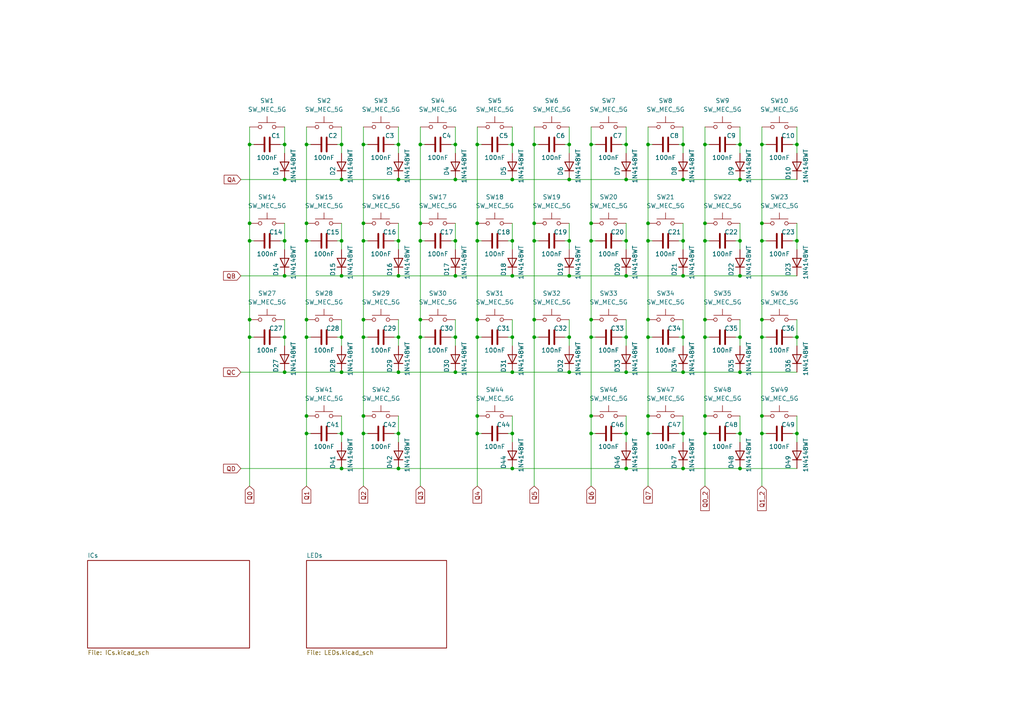
<source format=kicad_sch>
(kicad_sch (version 20231120) (generator "eeschema") (generator_version "8.0")
  (paper "A4")
  (junction (at 220.98 97.79))
  (junction (at 105.41 92.71))
  (junction (at 154.94 69.85))
  (junction (at 204.47 97.79))
  (junction (at 181.61 52.07))
  (junction (at 198.12 52.07))
  (junction (at 105.41 64.77))
  (junction (at 88.9 92.71))
  (junction (at 198.12 80.01))
  (junction (at 231.14 41.91))
  (junction (at 214.63 69.85))
  (junction (at 171.45 97.79))
  (junction (at 154.94 41.91))
  (junction (at 181.61 41.91))
  (junction (at 115.57 107.95))
  (junction (at 99.06 125.73))
  (junction (at 148.59 125.73))
  (junction (at 138.43 120.65))
  (junction (at 82.55 52.07))
  (junction (at 132.08 80.01))
  (junction (at 82.55 69.85))
  (junction (at 88.9 69.85))
  (junction (at 187.96 120.65))
  (junction (at 220.98 120.65))
  (junction (at 132.08 107.95))
  (junction (at 121.92 69.85))
  (junction (at 165.1 69.85))
  (junction (at 171.45 64.77))
  (junction (at 138.43 125.73))
  (junction (at 231.14 97.79))
  (junction (at 187.96 41.91))
  (junction (at 99.06 80.01))
  (junction (at 138.43 92.71))
  (junction (at 171.45 120.65))
  (junction (at 181.61 80.01))
  (junction (at 165.1 107.95))
  (junction (at 115.57 41.91))
  (junction (at 198.12 125.73))
  (junction (at 198.12 97.79))
  (junction (at 121.92 92.71))
  (junction (at 105.41 120.65))
  (junction (at 231.14 69.85))
  (junction (at 72.39 92.71))
  (junction (at 214.63 80.01))
  (junction (at 214.63 107.95))
  (junction (at 165.1 41.91))
  (junction (at 88.9 120.65))
  (junction (at 220.98 92.71))
  (junction (at 171.45 125.73))
  (junction (at 138.43 41.91))
  (junction (at 105.41 69.85))
  (junction (at 171.45 41.91))
  (junction (at 165.1 97.79))
  (junction (at 220.98 69.85))
  (junction (at 181.61 135.89))
  (junction (at 132.08 69.85))
  (junction (at 214.63 52.07))
  (junction (at 138.43 64.77))
  (junction (at 165.1 80.01))
  (junction (at 121.92 64.77))
  (junction (at 148.59 107.95))
  (junction (at 148.59 69.85))
  (junction (at 99.06 135.89))
  (junction (at 220.98 125.73))
  (junction (at 181.61 69.85))
  (junction (at 138.43 69.85))
  (junction (at 115.57 69.85))
  (junction (at 99.06 97.79))
  (junction (at 198.12 41.91))
  (junction (at 115.57 135.89))
  (junction (at 115.57 97.79))
  (junction (at 231.14 125.73))
  (junction (at 148.59 41.91))
  (junction (at 82.55 80.01))
  (junction (at 148.59 52.07))
  (junction (at 115.57 125.73))
  (junction (at 204.47 41.91))
  (junction (at 82.55 41.91))
  (junction (at 121.92 41.91))
  (junction (at 88.9 64.77))
  (junction (at 99.06 41.91))
  (junction (at 154.94 64.77))
  (junction (at 214.63 135.89))
  (junction (at 115.57 52.07))
  (junction (at 204.47 64.77))
  (junction (at 121.92 97.79))
  (junction (at 204.47 120.65))
  (junction (at 72.39 41.91))
  (junction (at 204.47 69.85))
  (junction (at 88.9 125.73))
  (junction (at 198.12 107.95))
  (junction (at 105.41 125.73))
  (junction (at 105.41 41.91))
  (junction (at 132.08 52.07))
  (junction (at 165.1 52.07))
  (junction (at 88.9 41.91))
  (junction (at 105.41 97.79))
  (junction (at 115.57 80.01))
  (junction (at 198.12 69.85))
  (junction (at 72.39 69.85))
  (junction (at 99.06 69.85))
  (junction (at 171.45 69.85))
  (junction (at 171.45 92.71))
  (junction (at 154.94 97.79))
  (junction (at 148.59 135.89))
  (junction (at 148.59 97.79))
  (junction (at 220.98 41.91))
  (junction (at 99.06 52.07))
  (junction (at 214.63 41.91))
  (junction (at 187.96 64.77))
  (junction (at 187.96 97.79))
  (junction (at 220.98 64.77))
  (junction (at 181.61 97.79))
  (junction (at 88.9 97.79))
  (junction (at 187.96 125.73))
  (junction (at 72.39 97.79))
  (junction (at 187.96 69.85))
  (junction (at 214.63 97.79))
  (junction (at 132.08 97.79))
  (junction (at 198.12 135.89))
  (junction (at 204.47 92.71))
  (junction (at 138.43 97.79))
  (junction (at 181.61 107.95))
  (junction (at 181.61 125.73))
  (junction (at 99.06 107.95))
  (junction (at 82.55 107.95))
  (junction (at 187.96 92.71))
  (junction (at 204.47 125.73))
  (junction (at 72.39 64.77))
  (junction (at 154.94 92.71))
  (junction (at 214.63 125.73))
  (junction (at 82.55 97.79))
  (junction (at 148.59 80.01))
  (junction (at 132.08 41.91))
  (wire (pts (xy 148.59 120.65) (xy 148.59 125.73)))
  (wire (pts (xy 99.06 120.65) (xy 99.06 125.73)))
  (wire (pts (xy 189.23 125.73) (xy 187.96 125.73)))
  (wire (pts (xy 99.06 41.91) (xy 99.06 44.45)))
  (wire (pts (xy 72.39 69.85) (xy 72.39 92.71)))
  (wire (pts (xy 88.9 125.73) (xy 88.9 120.65)))
  (wire (pts (xy 165.1 107.95) (xy 181.61 107.95)))
  (wire (pts (xy 214.63 92.71) (xy 214.63 97.79)))
  (wire (pts (xy 132.08 97.79) (xy 132.08 100.33)))
  (wire (pts (xy 231.14 125.73) (xy 231.14 128.27)))
  (wire (pts (xy 99.06 69.85) (xy 99.06 64.77)))
  (wire (pts (xy 121.92 97.79) (xy 121.92 92.71)))
  (wire (pts (xy 222.25 41.91) (xy 220.98 41.91)))
  (wire (pts (xy 69.85 52.07) (xy 82.55 52.07)))
  (wire (pts (xy 231.14 97.79) (xy 231.14 100.33)))
  (wire (pts (xy 204.47 125.73) (xy 204.47 140.97)))
  (wire (pts (xy 171.45 125.73) (xy 171.45 120.65)))
  (wire (pts (xy 99.06 69.85) (xy 99.06 72.39)))
  (wire (pts (xy 214.63 97.79) (xy 214.63 100.33)))
  (wire (pts (xy 198.12 64.77) (xy 198.12 69.85)))
  (wire (pts (xy 115.57 107.95) (xy 132.08 107.95)))
  (wire (pts (xy 165.1 97.79) (xy 165.1 100.33)))
  (wire (pts (xy 181.61 64.77) (xy 181.61 69.85)))
  (wire (pts (xy 90.17 41.91) (xy 88.9 41.91)))
  (wire (pts (xy 187.96 69.85) (xy 187.96 64.77)))
  (wire (pts (xy 198.12 107.95) (xy 214.63 107.95)))
  (wire (pts (xy 123.19 97.79) (xy 121.92 97.79)))
  (wire (pts (xy 229.87 41.91) (xy 231.14 41.91)))
  (wire (pts (xy 88.9 97.79) (xy 88.9 120.65)))
  (wire (pts (xy 105.41 125.73) (xy 105.41 120.65)))
  (wire (pts (xy 72.39 97.79) (xy 72.39 92.71)))
  (wire (pts (xy 154.94 69.85) (xy 154.94 92.71)))
  (wire (pts (xy 198.12 120.65) (xy 198.12 125.73)))
  (wire (pts (xy 82.55 41.91) (xy 82.55 44.45)))
  (wire (pts (xy 148.59 41.91) (xy 148.59 36.83)))
  (wire (pts (xy 171.45 97.79) (xy 171.45 92.71)))
  (wire (pts (xy 187.96 69.85) (xy 187.96 92.71)))
  (wire (pts (xy 180.34 69.85) (xy 181.61 69.85)))
  (wire (pts (xy 189.23 41.91) (xy 187.96 41.91)))
  (wire (pts (xy 196.85 41.91) (xy 198.12 41.91)))
  (wire (pts (xy 88.9 125.73) (xy 88.9 140.97)))
  (wire (pts (xy 171.45 97.79) (xy 171.45 120.65)))
  (wire (pts (xy 115.57 97.79) (xy 115.57 100.33)))
  (wire (pts (xy 148.59 52.07) (xy 165.1 52.07)))
  (wire (pts (xy 138.43 97.79) (xy 138.43 92.71)))
  (wire (pts (xy 105.41 69.85) (xy 105.41 92.71)))
  (wire (pts (xy 181.61 41.91) (xy 181.61 36.83)))
  (wire (pts (xy 82.55 97.79) (xy 82.55 100.33)))
  (wire (pts (xy 138.43 41.91) (xy 138.43 36.83)))
  (wire (pts (xy 90.17 125.73) (xy 88.9 125.73)))
  (wire (pts (xy 180.34 97.79) (xy 181.61 97.79)))
  (wire (pts (xy 231.14 120.65) (xy 231.14 125.73)))
  (wire (pts (xy 121.92 97.79) (xy 121.92 140.97)))
  (wire (pts (xy 115.57 125.73) (xy 115.57 128.27)))
  (wire (pts (xy 148.59 135.89) (xy 181.61 135.89)))
  (wire (pts (xy 165.1 52.07) (xy 181.61 52.07)))
  (wire (pts (xy 132.08 107.95) (xy 148.59 107.95)))
  (wire (pts (xy 214.63 41.91) (xy 214.63 44.45)))
  (wire (pts (xy 88.9 69.85) (xy 88.9 64.77)))
  (wire (pts (xy 213.36 97.79) (xy 214.63 97.79)))
  (wire (pts (xy 198.12 92.71) (xy 198.12 97.79)))
  (wire (pts (xy 115.57 135.89) (xy 148.59 135.89)))
  (wire (pts (xy 154.94 97.79) (xy 154.94 140.97)))
  (wire (pts (xy 114.3 69.85) (xy 115.57 69.85)))
  (wire (pts (xy 204.47 69.85) (xy 204.47 92.71)))
  (wire (pts (xy 220.98 125.73) (xy 220.98 140.97)))
  (wire (pts (xy 163.83 69.85) (xy 165.1 69.85)))
  (wire (pts (xy 163.83 97.79) (xy 165.1 97.79)))
  (wire (pts (xy 181.61 120.65) (xy 181.61 125.73)))
  (wire (pts (xy 220.98 97.79) (xy 220.98 120.65)))
  (wire (pts (xy 138.43 125.73) (xy 138.43 140.97)))
  (wire (pts (xy 132.08 41.91) (xy 132.08 36.83)))
  (wire (pts (xy 115.57 80.01) (xy 132.08 80.01)))
  (wire (pts (xy 81.28 97.79) (xy 82.55 97.79)))
  (wire (pts (xy 114.3 97.79) (xy 115.57 97.79)))
  (wire (pts (xy 154.94 97.79) (xy 154.94 92.71)))
  (wire (pts (xy 99.06 52.07) (xy 115.57 52.07)))
  (wire (pts (xy 82.55 107.95) (xy 99.06 107.95)))
  (wire (pts (xy 72.39 97.79) (xy 72.39 140.97)))
  (wire (pts (xy 82.55 41.91) (xy 82.55 36.83)))
  (wire (pts (xy 90.17 97.79) (xy 88.9 97.79)))
  (wire (pts (xy 154.94 41.91) (xy 154.94 64.77)))
  (wire (pts (xy 231.14 64.77) (xy 231.14 69.85)))
  (wire (pts (xy 121.92 41.91) (xy 121.92 36.83)))
  (wire (pts (xy 213.36 41.91) (xy 214.63 41.91)))
  (wire (pts (xy 181.61 125.73) (xy 181.61 128.27)))
  (wire (pts (xy 147.32 69.85) (xy 148.59 69.85)))
  (wire (pts (xy 213.36 69.85) (xy 214.63 69.85)))
  (wire (pts (xy 106.68 41.91) (xy 105.41 41.91)))
  (wire (pts (xy 156.21 41.91) (xy 154.94 41.91)))
  (wire (pts (xy 88.9 97.79) (xy 88.9 92.71)))
  (wire (pts (xy 115.57 52.07) (xy 132.08 52.07)))
  (wire (pts (xy 69.85 107.95) (xy 82.55 107.95)))
  (wire (pts (xy 82.55 97.79) (xy 82.55 92.71)))
  (wire (pts (xy 115.57 69.85) (xy 115.57 72.39)))
  (wire (pts (xy 165.1 41.91) (xy 165.1 44.45)))
  (wire (pts (xy 181.61 97.79) (xy 181.61 100.33)))
  (wire (pts (xy 220.98 69.85) (xy 220.98 64.77)))
  (wire (pts (xy 139.7 125.73) (xy 138.43 125.73)))
  (wire (pts (xy 213.36 125.73) (xy 214.63 125.73)))
  (wire (pts (xy 196.85 125.73) (xy 198.12 125.73)))
  (wire (pts (xy 205.74 125.73) (xy 204.47 125.73)))
  (wire (pts (xy 220.98 125.73) (xy 220.98 120.65)))
  (wire (pts (xy 154.94 41.91) (xy 154.94 36.83)))
  (wire (pts (xy 97.79 97.79) (xy 99.06 97.79)))
  (wire (pts (xy 115.57 92.71) (xy 115.57 97.79)))
  (wire (pts (xy 105.41 97.79) (xy 105.41 92.71)))
  (wire (pts (xy 147.32 41.91) (xy 148.59 41.91)))
  (wire (pts (xy 82.55 64.77) (xy 82.55 69.85)))
  (wire (pts (xy 180.34 125.73) (xy 181.61 125.73)))
  (wire (pts (xy 171.45 125.73) (xy 171.45 140.97)))
  (wire (pts (xy 204.47 125.73) (xy 204.47 120.65)))
  (wire (pts (xy 214.63 64.77) (xy 214.63 69.85)))
  (wire (pts (xy 165.1 64.77) (xy 165.1 69.85)))
  (wire (pts (xy 148.59 92.71) (xy 148.59 97.79)))
  (wire (pts (xy 97.79 41.91) (xy 99.06 41.91)))
  (wire (pts (xy 99.06 135.89) (xy 115.57 135.89)))
  (wire (pts (xy 214.63 135.89) (xy 231.14 135.89)))
  (wire (pts (xy 132.08 41.91) (xy 132.08 44.45)))
  (wire (pts (xy 204.47 97.79) (xy 204.47 120.65)))
  (wire (pts (xy 106.68 125.73) (xy 105.41 125.73)))
  (wire (pts (xy 121.92 69.85) (xy 121.92 64.77)))
  (wire (pts (xy 115.57 41.91) (xy 115.57 44.45)))
  (wire (pts (xy 163.83 41.91) (xy 165.1 41.91)))
  (wire (pts (xy 148.59 41.91) (xy 148.59 44.45)))
  (wire (pts (xy 132.08 69.85) (xy 132.08 72.39)))
  (wire (pts (xy 222.25 97.79) (xy 220.98 97.79)))
  (wire (pts (xy 214.63 120.65) (xy 214.63 125.73)))
  (wire (pts (xy 204.47 41.91) (xy 204.47 64.77)))
  (wire (pts (xy 97.79 125.73) (xy 99.06 125.73)))
  (wire (pts (xy 187.96 125.73) (xy 187.96 120.65)))
  (wire (pts (xy 156.21 97.79) (xy 154.94 97.79)))
  (wire (pts (xy 172.72 69.85) (xy 171.45 69.85)))
  (wire (pts (xy 187.96 41.91) (xy 187.96 64.77)))
  (wire (pts (xy 198.12 69.85) (xy 198.12 72.39)))
  (wire (pts (xy 231.14 41.91) (xy 231.14 44.45)))
  (wire (pts (xy 130.81 69.85) (xy 132.08 69.85)))
  (wire (pts (xy 73.66 69.85) (xy 72.39 69.85)))
  (wire (pts (xy 222.25 69.85) (xy 220.98 69.85)))
  (wire (pts (xy 198.12 80.01) (xy 214.63 80.01)))
  (wire (pts (xy 132.08 64.77) (xy 132.08 69.85)))
  (wire (pts (xy 187.96 125.73) (xy 187.96 140.97)))
  (wire (pts (xy 189.23 97.79) (xy 187.96 97.79)))
  (wire (pts (xy 198.12 135.89) (xy 214.63 135.89)))
  (wire (pts (xy 214.63 125.73) (xy 214.63 128.27)))
  (wire (pts (xy 73.66 41.91) (xy 72.39 41.91)))
  (wire (pts (xy 198.12 41.91) (xy 198.12 44.45)))
  (wire (pts (xy 181.61 80.01) (xy 198.12 80.01)))
  (wire (pts (xy 106.68 97.79) (xy 105.41 97.79)))
  (wire (pts (xy 121.92 69.85) (xy 121.92 92.71)))
  (wire (pts (xy 115.57 41.91) (xy 115.57 36.83)))
  (wire (pts (xy 198.12 41.91) (xy 198.12 36.83)))
  (wire (pts (xy 187.96 41.91) (xy 187.96 36.83)))
  (wire (pts (xy 132.08 80.01) (xy 148.59 80.01)))
  (wire (pts (xy 229.87 125.73) (xy 231.14 125.73)))
  (wire (pts (xy 148.59 107.95) (xy 165.1 107.95)))
  (wire (pts (xy 123.19 41.91) (xy 121.92 41.91)))
  (wire (pts (xy 198.12 97.79) (xy 198.12 100.33)))
  (wire (pts (xy 222.25 125.73) (xy 220.98 125.73)))
  (wire (pts (xy 123.19 69.85) (xy 121.92 69.85)))
  (wire (pts (xy 189.23 69.85) (xy 187.96 69.85)))
  (wire (pts (xy 181.61 92.71) (xy 181.61 97.79)))
  (wire (pts (xy 139.7 69.85) (xy 138.43 69.85)))
  (wire (pts (xy 231.14 92.71) (xy 231.14 97.79)))
  (wire (pts (xy 148.59 80.01) (xy 165.1 80.01)))
  (wire (pts (xy 138.43 41.91) (xy 138.43 64.77)))
  (wire (pts (xy 205.74 41.91) (xy 204.47 41.91)))
  (wire (pts (xy 139.7 41.91) (xy 138.43 41.91)))
  (wire (pts (xy 172.72 125.73) (xy 171.45 125.73)))
  (wire (pts (xy 130.81 41.91) (xy 132.08 41.91)))
  (wire (pts (xy 198.12 52.07) (xy 214.63 52.07)))
  (wire (pts (xy 187.96 97.79) (xy 187.96 120.65)))
  (wire (pts (xy 220.98 41.91) (xy 220.98 64.77)))
  (wire (pts (xy 220.98 69.85) (xy 220.98 92.71)))
  (wire (pts (xy 138.43 97.79) (xy 138.43 120.65)))
  (wire (pts (xy 214.63 80.01) (xy 231.14 80.01)))
  (wire (pts (xy 88.9 41.91) (xy 88.9 36.83)))
  (wire (pts (xy 105.41 69.85) (xy 105.41 64.77)))
  (wire (pts (xy 114.3 125.73) (xy 115.57 125.73)))
  (wire (pts (xy 231.14 41.91) (xy 231.14 36.83)))
  (wire (pts (xy 105.41 97.79) (xy 105.41 120.65)))
  (wire (pts (xy 148.59 97.79) (xy 148.59 100.33)))
  (wire (pts (xy 181.61 41.91) (xy 181.61 44.45)))
  (wire (pts (xy 229.87 69.85) (xy 231.14 69.85)))
  (wire (pts (xy 204.47 97.79) (xy 204.47 92.71)))
  (wire (pts (xy 121.92 41.91) (xy 121.92 64.77)))
  (wire (pts (xy 172.72 41.91) (xy 171.45 41.91)))
  (wire (pts (xy 132.08 52.07) (xy 148.59 52.07)))
  (wire (pts (xy 165.1 92.71) (xy 165.1 97.79)))
  (wire (pts (xy 181.61 135.89) (xy 198.12 135.89)))
  (wire (pts (xy 147.32 125.73) (xy 148.59 125.73)))
  (wire (pts (xy 165.1 41.91) (xy 165.1 36.83)))
  (wire (pts (xy 99.06 125.73) (xy 99.06 128.27)))
  (wire (pts (xy 148.59 64.77) (xy 148.59 69.85)))
  (wire (pts (xy 171.45 69.85) (xy 171.45 92.71)))
  (wire (pts (xy 138.43 125.73) (xy 138.43 120.65)))
  (wire (pts (xy 171.45 69.85) (xy 171.45 64.77)))
  (wire (pts (xy 156.21 69.85) (xy 154.94 69.85)))
  (wire (pts (xy 69.85 135.89) (xy 99.06 135.89)))
  (wire (pts (xy 82.55 69.85) (xy 82.55 72.39)))
  (wire (pts (xy 205.74 97.79) (xy 204.47 97.79)))
  (wire (pts (xy 220.98 41.91) (xy 220.98 36.83)))
  (wire (pts (xy 90.17 69.85) (xy 88.9 69.85)))
  (wire (pts (xy 99.06 80.01) (xy 115.57 80.01)))
  (wire (pts (xy 187.96 97.79) (xy 187.96 92.71)))
  (wire (pts (xy 105.41 41.91) (xy 105.41 64.77)))
  (wire (pts (xy 171.45 41.91) (xy 171.45 64.77)))
  (wire (pts (xy 106.68 69.85) (xy 105.41 69.85)))
  (wire (pts (xy 132.08 92.71) (xy 132.08 97.79)))
  (wire (pts (xy 165.1 69.85) (xy 165.1 72.39)))
  (wire (pts (xy 220.98 97.79) (xy 220.98 92.71)))
  (wire (pts (xy 231.14 69.85) (xy 231.14 72.39)))
  (wire (pts (xy 72.39 41.91) (xy 72.39 64.77)))
  (wire (pts (xy 99.06 97.79) (xy 99.06 100.33)))
  (wire (pts (xy 214.63 52.07) (xy 231.14 52.07)))
  (wire (pts (xy 88.9 41.91) (xy 88.9 64.77)))
  (wire (pts (xy 73.66 97.79) (xy 72.39 97.79)))
  (wire (pts (xy 82.55 52.07) (xy 99.06 52.07)))
  (wire (pts (xy 180.34 41.91) (xy 181.61 41.91)))
  (wire (pts (xy 148.59 69.85) (xy 148.59 72.39)))
  (wire (pts (xy 81.28 69.85) (xy 82.55 69.85)))
  (wire (pts (xy 139.7 97.79) (xy 138.43 97.79)))
  (wire (pts (xy 105.41 125.73) (xy 105.41 140.97)))
  (wire (pts (xy 148.59 125.73) (xy 148.59 128.27)))
  (wire (pts (xy 181.61 107.95) (xy 198.12 107.95)))
  (wire (pts (xy 81.28 41.91) (xy 82.55 41.91)))
  (wire (pts (xy 205.74 69.85) (xy 204.47 69.85)))
  (wire (pts (xy 114.3 41.91) (xy 115.57 41.91)))
  (wire (pts (xy 99.06 97.79) (xy 99.06 92.71)))
  (wire (pts (xy 214.63 69.85) (xy 214.63 72.39)))
  (wire (pts (xy 97.79 69.85) (xy 99.06 69.85)))
  (wire (pts (xy 72.39 41.91) (xy 72.39 36.83)))
  (wire (pts (xy 154.94 69.85) (xy 154.94 64.77)))
  (wire (pts (xy 138.43 69.85) (xy 138.43 64.77)))
  (wire (pts (xy 72.39 69.85) (xy 72.39 64.77)))
  (wire (pts (xy 165.1 80.01) (xy 181.61 80.01)))
  (wire (pts (xy 82.55 80.01) (xy 99.06 80.01)))
  (wire (pts (xy 147.32 97.79) (xy 148.59 97.79)))
  (wire (pts (xy 181.61 52.07) (xy 198.12 52.07)))
  (wire (pts (xy 115.57 120.65) (xy 115.57 125.73)))
  (wire (pts (xy 105.41 41.91) (xy 105.41 36.83)))
  (wire (pts (xy 171.45 41.91) (xy 171.45 36.83)))
  (wire (pts (xy 204.47 69.85) (xy 204.47 64.77)))
  (wire (pts (xy 214.63 36.83) (xy 214.63 41.91)))
  (wire (pts (xy 198.12 125.73) (xy 198.12 128.27)))
  (wire (pts (xy 99.06 107.95) (xy 115.57 107.95)))
  (wire (pts (xy 214.63 107.95) (xy 231.14 107.95)))
  (wire (pts (xy 130.81 97.79) (xy 132.08 97.79)))
  (wire (pts (xy 88.9 69.85) (xy 88.9 92.71)))
  (wire (pts (xy 172.72 97.79) (xy 171.45 97.79)))
  (wire (pts (xy 181.61 69.85) (xy 181.61 72.39)))
  (wire (pts (xy 138.43 69.85) (xy 138.43 92.71)))
  (wire (pts (xy 99.06 41.91) (xy 99.06 36.83)))
  (wire (pts (xy 69.85 80.01) (xy 82.55 80.01)))
  (wire (pts (xy 229.87 97.79) (xy 231.14 97.79)))
  (wire (pts (xy 115.57 69.85) (xy 115.57 64.77)))
  (wire (pts (xy 196.85 97.79) (xy 198.12 97.79)))
  (wire (pts (xy 204.47 41.91) (xy 204.47 36.83)))
  (wire (pts (xy 196.85 69.85) (xy 198.12 69.85)))
  (global_label "Q4" (shape input) (at 138.43 140.97 270) (property "Intersheetrefs" "${INTERSHEET_REFS}" (effects (hide yes))))
  (global_label "QD" (shape input) (at 69.85 135.89 180) (property "Intersheetrefs" "${INTERSHEET_REFS}" (effects (hide yes))))
  (global_label "Q7" (shape input) (at 187.96 140.97 270) (property "Intersheetrefs" "${INTERSHEET_REFS}" (effects (hide yes))))
  (global_label "Q1_2" (shape input) (at 220.98 140.97 270) (property "Intersheetrefs" "${INTERSHEET_REFS}" (effects (hide yes))))
  (global_label "Q6" (shape input) (at 171.45 140.97 270) (property "Intersheetrefs" "${INTERSHEET_REFS}" (effects (hide yes))))
  (global_label "Q3" (shape input) (at 121.92 140.97 270) (property "Intersheetrefs" "${INTERSHEET_REFS}" (effects (hide yes))))
  (global_label "QB" (shape input) (at 69.85 80.01 180) (property "Intersheetrefs" "${INTERSHEET_REFS}" (effects (hide yes))))
  (global_label "Q2" (shape input) (at 105.41 140.97 270) (property "Intersheetrefs" "${INTERSHEET_REFS}" (effects (hide yes))))
  (global_label "QC" (shape input) (at 69.85 107.95 180) (property "Intersheetrefs" "${INTERSHEET_REFS}" (effects (hide yes))))
  (global_label "Q0" (shape input) (at 72.39 140.97 270) (property "Intersheetrefs" "${INTERSHEET_REFS}" (effects (hide yes))))
  (global_label "Q1" (shape input) (at 88.9 140.97 270) (property "Intersheetrefs" "${INTERSHEET_REFS}" (effects (hide yes))))
  (global_label "Q5" (shape input) (at 154.94 140.97 270) (property "Intersheetrefs" "${INTERSHEET_REFS}" (effects (hide yes))))
  (global_label "QA" (shape input) (at 69.85 52.07 180) (property "Intersheetrefs" "${INTERSHEET_REFS}" (effects (hide yes))))
  (global_label "Q0_2" (shape input) (at 204.47 140.97 270) (property "Intersheetrefs" "${INTERSHEET_REFS}" (effects (hide yes))))
  (symbol (lib_id "My_Parts:SW_MEC_5G") (at 127 92.71 0) (unit 1)
    (property "Reference" "SW30" (at 127 85.09 0))
    (property "Value" "SW_MEC_5G" (at 127 87.63 0))
    (property "Footprint" "My_Parts:Gateron_KS-27" (effects (hide yes)))
    (property "Datasheet" "http://www.apem.com/int/index.php?controller=attachment&id_attachment=488" (effects (hide yes)))
  )
  (symbol (lib_id "Device:C") (at 110.49 125.73 90) (unit 1)
    (property "Reference" "C42" (at 113.03 123.19 90))
    (property "Value" "100nF" (at 110.49 129.54 90))
    (property "Footprint" "Capacitor_SMD:C_0402_1005Metric" (effects (hide yes)))
  )
  (symbol (lib_id "My_Parts:SW_MEC_5G") (at 193.04 36.83 0) (unit 1)
    (property "Reference" "SW8" (at 193.04 29.21 0))
    (property "Value" "SW_MEC_5G" (at 193.04 31.75 0))
    (property "Footprint" "My_Parts:Gateron_KS-27" (effects (hide yes)))
    (property "Datasheet" "http://www.apem.com/int/index.php?controller=attachment&id_attachment=488" (effects (hide yes)))
  )
  (symbol (lib_id "My_Parts:SW_MEC_5G") (at 226.06 120.65 0) (unit 1)
    (property "Reference" "SW49" (at 226.06 113.03 0))
    (property "Value" "SW_MEC_5G" (at 226.06 115.57 0))
    (property "Footprint" "My_Parts:Gateron_KS-27" (effects (hide yes)))
    (property "Datasheet" "http://www.apem.com/int/index.php?controller=attachment&id_attachment=488" (effects (hide yes)))
  )
  (symbol (lib_id "Diode:1N4148WT") (at 214.63 48.26 90) (unit 1)
    (property "Reference" "D9" (at 212.09 48.26 0) (effects (justify right)))
    (property "Value" "1N4148WT" (at 217.17 43.18 0) (effects (justify right)))
    (property "Footprint" "Diode_SMD:D_SOD-523" (effects (hide yes)))
    (property "Datasheet" "https://www.diodes.com/assets/Datasheets/ds30396.pdf" (effects (hide yes)))
    (property "Sim.Device" "D" (effects (hide yes)))
    (property "Sim.Pins" "1=K 2=A" (effects (hide yes)))
  )
  (symbol (lib_id "Device:C") (at 143.51 97.79 90) (unit 1)
    (property "Reference" "C31" (at 146.05 95.25 90))
    (property "Value" "100nF" (at 143.51 101.6 90))
    (property "Footprint" "Capacitor_SMD:C_0402_1005Metric" (effects (hide yes)))
  )
  (symbol (lib_id "Diode:1N4148WT") (at 181.61 104.14 90) (unit 1)
    (property "Reference" "D33" (at 179.07 104.14 0) (effects (justify right)))
    (property "Value" "1N4148WT" (at 184.15 99.06 0) (effects (justify right)))
    (property "Footprint" "Diode_SMD:D_SOD-523" (effects (hide yes)))
    (property "Datasheet" "https://www.diodes.com/assets/Datasheets/ds30396.pdf" (effects (hide yes)))
    (property "Sim.Device" "D" (effects (hide yes)))
    (property "Sim.Pins" "1=K 2=A" (effects (hide yes)))
  )
  (symbol (lib_id "My_Parts:SW_MEC_5G") (at 127 64.77 0) (unit 1)
    (property "Reference" "SW17" (at 127 57.15 0))
    (property "Value" "SW_MEC_5G" (at 127 59.69 0))
    (property "Footprint" "My_Parts:Gateron_KS-27" (effects (hide yes)))
    (property "Datasheet" "http://www.apem.com/int/index.php?controller=attachment&id_attachment=488" (effects (hide yes)))
  )
  (symbol (lib_id "Device:C") (at 127 41.91 90) (unit 1)
    (property "Reference" "C4" (at 129.54 39.37 90))
    (property "Value" "100nF" (at 127 45.72 90))
    (property "Footprint" "Capacitor_SMD:C_0402_1005Metric" (effects (hide yes)))
  )
  (symbol (lib_id "My_Parts:SW_MEC_5G") (at 209.55 36.83 0) (unit 1)
    (property "Reference" "SW9" (at 209.55 29.21 0))
    (property "Value" "SW_MEC_5G" (at 209.55 31.75 0))
    (property "Footprint" "My_Parts:Gateron_KS-27" (effects (hide yes)))
    (property "Datasheet" "http://www.apem.com/int/index.php?controller=attachment&id_attachment=488" (effects (hide yes)))
  )
  (symbol (lib_id "Device:C") (at 110.49 41.91 90) (unit 1)
    (property "Reference" "C3" (at 113.03 39.37 90))
    (property "Value" "100nF" (at 110.49 45.72 90))
    (property "Footprint" "Capacitor_SMD:C_0402_1005Metric" (effects (hide yes)))
  )
  (symbol (lib_id "Diode:1N4148WT") (at 82.55 76.2 90) (unit 1)
    (property "Reference" "D14" (at 80.01 76.2 0) (effects (justify right)))
    (property "Value" "1N4148WT" (at 85.09 71.12 0) (effects (justify right)))
    (property "Footprint" "Diode_SMD:D_SOD-523" (effects (hide yes)))
    (property "Datasheet" "https://www.diodes.com/assets/Datasheets/ds30396.pdf" (effects (hide yes)))
    (property "Sim.Device" "D" (effects (hide yes)))
    (property "Sim.Pins" "1=K 2=A" (effects (hide yes)))
  )
  (symbol (lib_id "Diode:1N4148WT") (at 214.63 132.08 90) (unit 1)
    (property "Reference" "D48" (at 212.09 132.08 0) (effects (justify right)))
    (property "Value" "1N4148WT" (at 217.17 127 0) (effects (justify right)))
    (property "Footprint" "Diode_SMD:D_SOD-523" (effects (hide yes)))
    (property "Datasheet" "https://www.diodes.com/assets/Datasheets/ds30396.pdf" (effects (hide yes)))
    (property "Sim.Device" "D" (effects (hide yes)))
    (property "Sim.Pins" "1=K 2=A" (effects (hide yes)))
  )
  (symbol (lib_id "My_Parts:SW_MEC_5G") (at 77.47 92.71 0) (unit 1)
    (property "Reference" "SW27" (at 77.47 85.09 0))
    (property "Value" "SW_MEC_5G" (at 77.47 87.63 0))
    (property "Footprint" "My_Parts:Gateron_KS-27" (effects (hide yes)))
    (property "Datasheet" "http://www.apem.com/int/index.php?controller=attachment&id_attachment=488" (effects (hide yes)))
  )
  (symbol (lib_id "My_Parts:SW_MEC_5G") (at 93.98 92.71 0) (unit 1)
    (property "Reference" "SW28" (at 93.98 85.09 0))
    (property "Value" "SW_MEC_5G" (at 93.98 87.63 0))
    (property "Footprint" "My_Parts:Gateron_KS-27" (effects (hide yes)))
    (property "Datasheet" "http://www.apem.com/int/index.php?controller=attachment&id_attachment=488" (effects (hide yes)))
  )
  (symbol (lib_id "Device:C") (at 226.06 41.91 90) (unit 1)
    (property "Reference" "C10" (at 228.6 39.37 90))
    (property "Value" "100nF" (at 226.06 45.72 90))
    (property "Footprint" "Capacitor_SMD:C_0402_1005Metric" (effects (hide yes)))
  )
  (symbol (lib_id "Device:C") (at 127 69.85 90) (unit 1)
    (property "Reference" "C17" (at 129.54 67.31 90))
    (property "Value" "100nF" (at 127 73.66 90))
    (property "Footprint" "Capacitor_SMD:C_0402_1005Metric" (effects (hide yes)))
  )
  (symbol (lib_id "My_Parts:SW_MEC_5G") (at 143.51 36.83 0) (unit 1)
    (property "Reference" "SW5" (at 143.51 29.21 0))
    (property "Value" "SW_MEC_5G" (at 143.51 31.75 0))
    (property "Footprint" "My_Parts:Gateron_KS-27" (effects (hide yes)))
    (property "Datasheet" "http://www.apem.com/int/index.php?controller=attachment&id_attachment=488" (effects (hide yes)))
  )
  (symbol (lib_id "My_Parts:SW_MEC_5G") (at 193.04 92.71 0) (unit 1)
    (property "Reference" "SW34" (at 193.04 85.09 0))
    (property "Value" "SW_MEC_5G" (at 193.04 87.63 0))
    (property "Footprint" "My_Parts:Gateron_KS-27" (effects (hide yes)))
    (property "Datasheet" "http://www.apem.com/int/index.php?controller=attachment&id_attachment=488" (effects (hide yes)))
  )
  (symbol (lib_id "My_Parts:SW_MEC_5G") (at 143.51 120.65 0) (unit 1)
    (property "Reference" "SW44" (at 143.51 113.03 0))
    (property "Value" "SW_MEC_5G" (at 143.51 115.57 0))
    (property "Footprint" "My_Parts:Gateron_KS-27" (effects (hide yes)))
    (property "Datasheet" "http://www.apem.com/int/index.php?controller=attachment&id_attachment=488" (effects (hide yes)))
  )
  (symbol (lib_id "Device:C") (at 193.04 69.85 90) (unit 1)
    (property "Reference" "C21" (at 195.58 67.31 90))
    (property "Value" "100nF" (at 193.04 73.66 90))
    (property "Footprint" "Capacitor_SMD:C_0402_1005Metric" (effects (hide yes)))
  )
  (symbol (lib_id "Diode:1N4148WT") (at 198.12 76.2 90) (unit 1)
    (property "Reference" "D21" (at 195.58 76.2 0) (effects (justify right)))
    (property "Value" "1N4148WT" (at 200.66 71.12 0) (effects (justify right)))
    (property "Footprint" "Diode_SMD:D_SOD-523" (effects (hide yes)))
    (property "Datasheet" "https://www.diodes.com/assets/Datasheets/ds30396.pdf" (effects (hide yes)))
    (property "Sim.Device" "D" (effects (hide yes)))
    (property "Sim.Pins" "1=K 2=A" (effects (hide yes)))
  )
  (symbol (lib_id "My_Parts:SW_MEC_5G") (at 160.02 64.77 0) (unit 1)
    (property "Reference" "SW19" (at 160.02 57.15 0))
    (property "Value" "SW_MEC_5G" (at 160.02 59.69 0))
    (property "Footprint" "My_Parts:Gateron_KS-27" (effects (hide yes)))
    (property "Datasheet" "http://www.apem.com/int/index.php?controller=attachment&id_attachment=488" (effects (hide yes)))
  )
  (symbol (lib_id "Diode:1N4148WT") (at 198.12 132.08 90) (unit 1)
    (property "Reference" "D47" (at 195.58 132.08 0) (effects (justify right)))
    (property "Value" "1N4148WT" (at 200.66 127 0) (effects (justify right)))
    (property "Footprint" "Diode_SMD:D_SOD-523" (effects (hide yes)))
    (property "Datasheet" "https://www.diodes.com/assets/Datasheets/ds30396.pdf" (effects (hide yes)))
    (property "Sim.Device" "D" (effects (hide yes)))
    (property "Sim.Pins" "1=K 2=A" (effects (hide yes)))
  )
  (symbol (lib_id "Diode:1N4148WT") (at 231.14 132.08 90) (unit 1)
    (property "Reference" "D49" (at 228.6 132.08 0) (effects (justify right)))
    (property "Value" "1N4148WT" (at 233.68 127 0) (effects (justify right)))
    (property "Footprint" "Diode_SMD:D_SOD-523" (effects (hide yes)))
    (property "Datasheet" "https://www.diodes.com/assets/Datasheets/ds30396.pdf" (effects (hide yes)))
    (property "Sim.Device" "D" (effects (hide yes)))
    (property "Sim.Pins" "1=K 2=A" (effects (hide yes)))
  )
  (symbol (lib_id "My_Parts:SW_MEC_5G") (at 176.53 36.83 0) (unit 1)
    (property "Reference" "SW7" (at 176.53 29.21 0))
    (property "Value" "SW_MEC_5G" (at 176.53 31.75 0))
    (property "Footprint" "My_Parts:Gateron_KS-27" (effects (hide yes)))
    (property "Datasheet" "http://www.apem.com/int/index.php?controller=attachment&id_attachment=488" (effects (hide yes)))
  )
  (symbol (lib_id "Diode:1N4148WT") (at 231.14 76.2 90) (unit 1)
    (property "Reference" "D23" (at 228.6 76.2 0) (effects (justify right)))
    (property "Value" "1N4148WT" (at 233.68 71.12 0) (effects (justify right)))
    (property "Footprint" "Diode_SMD:D_SOD-523" (effects (hide yes)))
    (property "Datasheet" "https://www.diodes.com/assets/Datasheets/ds30396.pdf" (effects (hide yes)))
    (property "Sim.Device" "D" (effects (hide yes)))
    (property "Sim.Pins" "1=K 2=A" (effects (hide yes)))
  )
  (symbol (lib_id "Diode:1N4148WT") (at 115.57 104.14 90) (unit 1)
    (property "Reference" "D29" (at 113.03 104.14 0) (effects (justify right)))
    (property "Value" "1N4148WT" (at 118.11 99.06 0) (effects (justify right)))
    (property "Footprint" "Diode_SMD:D_SOD-523" (effects (hide yes)))
    (property "Datasheet" "https://www.diodes.com/assets/Datasheets/ds30396.pdf" (effects (hide yes)))
    (property "Sim.Device" "D" (effects (hide yes)))
    (property "Sim.Pins" "1=K 2=A" (effects (hide yes)))
  )
  (symbol (lib_id "My_Parts:SW_MEC_5G") (at 193.04 120.65 0) (unit 1)
    (property "Reference" "SW47" (at 193.04 113.03 0))
    (property "Value" "SW_MEC_5G" (at 193.04 115.57 0))
    (property "Footprint" "My_Parts:Gateron_KS-27" (effects (hide yes)))
    (property "Datasheet" "http://www.apem.com/int/index.php?controller=attachment&id_attachment=488" (effects (hide yes)))
  )
  (symbol (lib_id "Diode:1N4148WT") (at 198.12 104.14 90) (unit 1)
    (property "Reference" "D34" (at 195.58 104.14 0) (effects (justify right)))
    (property "Value" "1N4148WT" (at 200.66 99.06 0) (effects (justify right)))
    (property "Footprint" "Diode_SMD:D_SOD-523" (effects (hide yes)))
    (property "Datasheet" "https://www.diodes.com/assets/Datasheets/ds30396.pdf" (effects (hide yes)))
    (property "Sim.Device" "D" (effects (hide yes)))
    (property "Sim.Pins" "1=K 2=A" (effects (hide yes)))
  )
  (symbol (lib_id "Device:C") (at 110.49 69.85 90) (unit 1)
    (property "Reference" "C16" (at 113.03 67.31 90))
    (property "Value" "100nF" (at 110.49 73.66 90))
    (property "Footprint" "Capacitor_SMD:C_0402_1005Metric" (effects (hide yes)))
  )
  (symbol (lib_id "Diode:1N4148WT") (at 82.55 104.14 90) (unit 1)
    (property "Reference" "D27" (at 80.01 104.14 0) (effects (justify right)))
    (property "Value" "1N4148WT" (at 85.09 99.06 0) (effects (justify right)))
    (property "Footprint" "Diode_SMD:D_SOD-523" (effects (hide yes)))
    (property "Datasheet" "https://www.diodes.com/assets/Datasheets/ds30396.pdf" (effects (hide yes)))
    (property "Sim.Device" "D" (effects (hide yes)))
    (property "Sim.Pins" "1=K 2=A" (effects (hide yes)))
  )
  (symbol (lib_id "Device:C") (at 93.98 97.79 90) (unit 1)
    (property "Reference" "C28" (at 96.52 95.25 90))
    (property "Value" "100nF" (at 93.98 101.6 90))
    (property "Footprint" "Capacitor_SMD:C_0402_1005Metric" (effects (hide yes)))
  )
  (symbol (lib_id "My_Parts:SW_MEC_5G") (at 226.06 92.71 0) (unit 1)
    (property "Reference" "SW36" (at 226.06 85.09 0))
    (property "Value" "SW_MEC_5G" (at 226.06 87.63 0))
    (property "Footprint" "My_Parts:Gateron_KS-27" (effects (hide yes)))
    (property "Datasheet" "http://www.apem.com/int/index.php?controller=attachment&id_attachment=488" (effects (hide yes)))
  )
  (symbol (lib_id "Device:C") (at 176.53 69.85 90) (unit 1)
    (property "Reference" "C20" (at 179.07 67.31 90))
    (property "Value" "100nF" (at 176.53 73.66 90))
    (property "Footprint" "Capacitor_SMD:C_0402_1005Metric" (effects (hide yes)))
  )
  (symbol (lib_id "Diode:1N4148WT") (at 132.08 48.26 90) (unit 1)
    (property "Reference" "D4" (at 129.54 48.26 0) (effects (justify right)))
    (property "Value" "1N4148WT" (at 134.62 43.18 0) (effects (justify right)))
    (property "Footprint" "Diode_SMD:D_SOD-523" (effects (hide yes)))
    (property "Datasheet" "https://www.diodes.com/assets/Datasheets/ds30396.pdf" (effects (hide yes)))
    (property "Sim.Device" "D" (effects (hide yes)))
    (property "Sim.Pins" "1=K 2=A" (effects (hide yes)))
  )
  (symbol (lib_id "My_Parts:SW_MEC_5G") (at 110.49 92.71 0) (unit 1)
    (property "Reference" "SW29" (at 110.49 85.09 0))
    (property "Value" "SW_MEC_5G" (at 110.49 87.63 0))
    (property "Footprint" "My_Parts:Gateron_KS-27" (effects (hide yes)))
    (property "Datasheet" "http://www.apem.com/int/index.php?controller=attachment&id_attachment=488" (effects (hide yes)))
  )
  (symbol (lib_id "Diode:1N4148WT") (at 181.61 48.26 90) (unit 1)
    (property "Reference" "D7" (at 179.07 48.26 0) (effects (justify right)))
    (property "Value" "1N4148WT" (at 184.15 43.18 0) (effects (justify right)))
    (property "Footprint" "Diode_SMD:D_SOD-523" (effects (hide yes)))
    (property "Datasheet" "https://www.diodes.com/assets/Datasheets/ds30396.pdf" (effects (hide yes)))
    (property "Sim.Device" "D" (effects (hide yes)))
    (property "Sim.Pins" "1=K 2=A" (effects (hide yes)))
  )
  (symbol (lib_id "Diode:1N4148WT") (at 214.63 76.2 90) (unit 1)
    (property "Reference" "D22" (at 212.09 76.2 0) (effects (justify right)))
    (property "Value" "1N4148WT" (at 217.17 71.12 0) (effects (justify right)))
    (property "Footprint" "Diode_SMD:D_SOD-523" (effects (hide yes)))
    (property "Datasheet" "https://www.diodes.com/assets/Datasheets/ds30396.pdf" (effects (hide yes)))
    (property "Sim.Device" "D" (effects (hide yes)))
    (property "Sim.Pins" "1=K 2=A" (effects (hide yes)))
  )
  (symbol (lib_id "Device:C") (at 143.51 125.73 90) (unit 1)
    (property "Reference" "C44" (at 146.05 123.19 90))
    (property "Value" "100nF" (at 143.51 129.54 90))
    (property "Footprint" "Capacitor_SMD:C_0402_1005Metric" (effects (hide yes)))
  )
  (symbol (lib_id "My_Parts:SW_MEC_5G") (at 93.98 64.77 0) (unit 1)
    (property "Reference" "SW15" (at 93.98 57.15 0))
    (property "Value" "SW_MEC_5G" (at 93.98 59.69 0))
    (property "Footprint" "My_Parts:Gateron_KS-27" (effects (hide yes)))
    (property "Datasheet" "http://www.apem.com/int/index.php?controller=attachment&id_attachment=488" (effects (hide yes)))
  )
  (symbol (lib_id "Diode:1N4148WT") (at 214.63 104.14 90) (unit 1)
    (property "Reference" "D35" (at 212.09 104.14 0) (effects (justify right)))
    (property "Value" "1N4148WT" (at 217.17 99.06 0) (effects (justify right)))
    (property "Footprint" "Diode_SMD:D_SOD-523" (effects (hide yes)))
    (property "Datasheet" "https://www.diodes.com/assets/Datasheets/ds30396.pdf" (effects (hide yes)))
    (property "Sim.Device" "D" (effects (hide yes)))
    (property "Sim.Pins" "1=K 2=A" (effects (hide yes)))
  )
  (symbol (lib_id "My_Parts:SW_MEC_5G") (at 77.47 64.77 0) (unit 1)
    (property "Reference" "SW14" (at 77.47 57.15 0))
    (property "Value" "SW_MEC_5G" (at 77.47 59.69 0))
    (property "Footprint" "My_Parts:Gateron_KS-27" (effects (hide yes)))
    (property "Datasheet" "http://www.apem.com/int/index.php?controller=attachment&id_attachment=488" (effects (hide yes)))
  )
  (symbol (lib_id "Device:C") (at 127 97.79 90) (unit 1)
    (property "Reference" "C30" (at 129.54 95.25 90))
    (property "Value" "100nF" (at 127 101.6 90))
    (property "Footprint" "Capacitor_SMD:C_0402_1005Metric" (effects (hide yes)))
  )
  (symbol (lib_id "Diode:1N4148WT") (at 198.12 48.26 90) (unit 1)
    (property "Reference" "D8" (at 195.58 48.26 0) (effects (justify right)))
    (property "Value" "1N4148WT" (at 200.66 43.18 0) (effects (justify right)))
    (property "Footprint" "Diode_SMD:D_SOD-523" (effects (hide yes)))
    (property "Datasheet" "https://www.diodes.com/assets/Datasheets/ds30396.pdf" (effects (hide yes)))
    (property "Sim.Device" "D" (effects (hide yes)))
    (property "Sim.Pins" "1=K 2=A" (effects (hide yes)))
  )
  (symbol (lib_id "My_Parts:SW_MEC_5G") (at 193.04 64.77 0) (unit 1)
    (property "Reference" "SW21" (at 193.04 57.15 0))
    (property "Value" "SW_MEC_5G" (at 193.04 59.69 0))
    (property "Footprint" "My_Parts:Gateron_KS-27" (effects (hide yes)))
    (property "Datasheet" "http://www.apem.com/int/index.php?controller=attachment&id_attachment=488" (effects (hide yes)))
  )
  (symbol (lib_id "Device:C") (at 209.55 125.73 90) (unit 1)
    (property "Reference" "C48" (at 212.09 123.19 90))
    (property "Value" "100nF" (at 209.55 129.54 90))
    (property "Footprint" "Capacitor_SMD:C_0402_1005Metric" (effects (hide yes)))
  )
  (symbol (lib_id "My_Parts:SW_MEC_5G") (at 110.49 120.65 0) (unit 1)
    (property "Reference" "SW42" (at 110.49 113.03 0))
    (property "Value" "SW_MEC_5G" (at 110.49 115.57 0))
    (property "Footprint" "My_Parts:Gateron_KS-27" (effects (hide yes)))
    (property "Datasheet" "http://www.apem.com/int/index.php?controller=attachment&id_attachment=488" (effects (hide yes)))
  )
  (symbol (lib_id "Diode:1N4148WT") (at 148.59 132.08 90) (unit 1)
    (property "Reference" "D44" (at 146.05 132.08 0) (effects (justify right)))
    (property "Value" "1N4148WT" (at 151.13 127 0) (effects (justify right)))
    (property "Footprint" "Diode_SMD:D_SOD-523" (effects (hide yes)))
    (property "Datasheet" "https://www.diodes.com/assets/Datasheets/ds30396.pdf" (effects (hide yes)))
    (property "Sim.Device" "D" (effects (hide yes)))
    (property "Sim.Pins" "1=K 2=A" (effects (hide yes)))
  )
  (symbol (lib_id "Diode:1N4148WT") (at 231.14 48.26 90) (unit 1)
    (property "Reference" "D10" (at 228.6 48.26 0) (effects (justify right)))
    (property "Value" "1N4148WT" (at 233.68 43.18 0) (effects (justify right)))
    (property "Footprint" "Diode_SMD:D_SOD-523" (effects (hide yes)))
    (property "Datasheet" "https://www.diodes.com/assets/Datasheets/ds30396.pdf" (effects (hide yes)))
    (property "Sim.Device" "D" (effects (hide yes)))
    (property "Sim.Pins" "1=K 2=A" (effects (hide yes)))
  )
  (symbol (lib_id "Device:C") (at 193.04 41.91 90) (unit 1)
    (property "Reference" "C8" (at 195.58 39.37 90))
    (property "Value" "100nF" (at 193.04 45.72 90))
    (property "Footprint" "Capacitor_SMD:C_0402_1005Metric" (effects (hide yes)))
  )
  (symbol (lib_id "Diode:1N4148WT") (at 99.06 132.08 90) (unit 1)
    (property "Reference" "D41" (at 96.52 132.08 0) (effects (justify right)))
    (property "Value" "1N4148WT" (at 101.6 127 0) (effects (justify right)))
    (property "Footprint" "Diode_SMD:D_SOD-523" (effects (hide yes)))
    (property "Datasheet" "https://www.diodes.com/assets/Datasheets/ds30396.pdf" (effects (hide yes)))
    (property "Sim.Device" "D" (effects (hide yes)))
    (property "Sim.Pins" "1=K 2=A" (effects (hide yes)))
  )
  (symbol (lib_id "Device:C") (at 160.02 41.91 90) (unit 1)
    (property "Reference" "C6" (at 162.56 39.37 90))
    (property "Value" "100nF" (at 160.02 45.72 90))
    (property "Footprint" "Capacitor_SMD:C_0402_1005Metric" (effects (hide yes)))
  )
  (symbol (lib_id "My_Parts:SW_MEC_5G") (at 209.55 92.71 0) (unit 1)
    (property "Reference" "SW35" (at 209.55 85.09 0))
    (property "Value" "SW_MEC_5G" (at 209.55 87.63 0))
    (property "Footprint" "My_Parts:Gateron_KS-27" (effects (hide yes)))
    (property "Datasheet" "http://www.apem.com/int/index.php?controller=attachment&id_attachment=488" (effects (hide yes)))
  )
  (symbol (lib_id "Device:C") (at 209.55 41.91 90) (unit 1)
    (property "Reference" "C9" (at 212.09 39.37 90))
    (property "Value" "100nF" (at 209.55 45.72 90))
    (property "Footprint" "Capacitor_SMD:C_0402_1005Metric" (effects (hide yes)))
  )
  (symbol (lib_id "Diode:1N4148WT") (at 132.08 104.14 90) (unit 1)
    (property "Reference" "D30" (at 129.54 104.14 0) (effects (justify right)))
    (property "Value" "1N4148WT" (at 134.62 99.06 0) (effects (justify right)))
    (property "Footprint" "Diode_SMD:D_SOD-523" (effects (hide yes)))
    (property "Datasheet" "https://www.diodes.com/assets/Datasheets/ds30396.pdf" (effects (hide yes)))
    (property "Sim.Device" "D" (effects (hide yes)))
    (property "Sim.Pins" "1=K 2=A" (effects (hide yes)))
  )
  (symbol (lib_id "Device:C") (at 176.53 97.79 90) (unit 1)
    (property "Reference" "C33" (at 179.07 95.25 90))
    (property "Value" "100nF" (at 176.53 101.6 90))
    (property "Footprint" "Capacitor_SMD:C_0402_1005Metric" (effects (hide yes)))
  )
  (symbol (lib_id "My_Parts:SW_MEC_5G") (at 143.51 64.77 0) (unit 1)
    (property "Reference" "SW18" (at 143.51 57.15 0))
    (property "Value" "SW_MEC_5G" (at 143.51 59.69 0))
    (property "Footprint" "My_Parts:Gateron_KS-27" (effects (hide yes)))
    (property "Datasheet" "http://www.apem.com/int/index.php?controller=attachment&id_attachment=488" (effects (hide yes)))
  )
  (symbol (lib_id "Device:C") (at 193.04 125.73 90) (unit 1)
    (property "Reference" "C47" (at 195.58 123.19 90))
    (property "Value" "100nF" (at 193.04 129.54 90))
    (property "Footprint" "Capacitor_SMD:C_0402_1005Metric" (effects (hide yes)))
  )
  (symbol (lib_id "Device:C") (at 77.47 97.79 90) (unit 1)
    (property "Reference" "C27" (at 80.01 95.25 90))
    (property "Value" "100nF" (at 77.47 101.6 90))
    (property "Footprint" "Capacitor_SMD:C_0402_1005Metric" (effects (hide yes)))
  )
  (symbol (lib_id "Diode:1N4148WT") (at 99.06 76.2 90) (unit 1)
    (property "Reference" "D15" (at 96.52 76.2 0) (effects (justify right)))
    (property "Value" "1N4148WT" (at 101.6 71.12 0) (effects (justify right)))
    (property "Footprint" "Diode_SMD:D_SOD-523" (effects (hide yes)))
    (property "Datasheet" "https://www.diodes.com/assets/Datasheets/ds30396.pdf" (effects (hide yes)))
    (property "Sim.Device" "D" (effects (hide yes)))
    (property "Sim.Pins" "1=K 2=A" (effects (hide yes)))
  )
  (symbol (lib_id "Device:C") (at 93.98 125.73 90) (unit 1)
    (property "Reference" "C41" (at 96.52 123.19 90))
    (property "Value" "100nF" (at 93.98 129.54 90))
    (property "Footprint" "Capacitor_SMD:C_0402_1005Metric" (effects (hide yes)))
  )
  (symbol (lib_id "My_Parts:SW_MEC_5G") (at 209.55 120.65 0) (unit 1)
    (property "Reference" "SW48" (at 209.55 113.03 0))
    (property "Value" "SW_MEC_5G" (at 209.55 115.57 0))
    (property "Footprint" "My_Parts:Gateron_KS-27" (effects (hide yes)))
    (property "Datasheet" "http://www.apem.com/int/index.php?controller=attachment&id_attachment=488" (effects (hide yes)))
  )
  (symbol (lib_id "Diode:1N4148WT") (at 148.59 76.2 90) (unit 1)
    (property "Reference" "D18" (at 146.05 76.2 0) (effects (justify right)))
    (property "Value" "1N4148WT" (at 151.13 71.12 0) (effects (justify right)))
    (property "Footprint" "Diode_SMD:D_SOD-523" (effects (hide yes)))
    (property "Datasheet" "https://www.diodes.com/assets/Datasheets/ds30396.pdf" (effects (hide yes)))
    (property "Sim.Device" "D" (effects (hide yes)))
    (property "Sim.Pins" "1=K 2=A" (effects (hide yes)))
  )
  (symbol (lib_id "Device:C") (at 77.47 41.91 90) (unit 1)
    (property "Reference" "C1" (at 80.01 39.37 90))
    (property "Value" "100nF" (at 77.47 45.72 90))
    (property "Footprint" "Capacitor_SMD:C_0402_1005Metric" (effects (hide yes)))
  )
  (symbol (lib_id "Device:C") (at 77.47 69.85 90) (unit 1)
    (property "Reference" "C14" (at 80.01 67.31 90))
    (property "Value" "100nF" (at 77.47 73.66 90))
    (property "Footprint" "Capacitor_SMD:C_0402_1005Metric" (effects (hide yes)))
  )
  (symbol (lib_id "Diode:1N4148WT") (at 115.57 132.08 90) (unit 1)
    (property "Reference" "D42" (at 113.03 132.08 0) (effects (justify right)))
    (property "Value" "1N4148WT" (at 118.11 127 0) (effects (justify right)))
    (property "Footprint" "Diode_SMD:D_SOD-523" (effects (hide yes)))
    (property "Datasheet" "https://www.diodes.com/assets/Datasheets/ds30396.pdf" (effects (hide yes)))
    (property "Sim.Device" "D" (effects (hide yes)))
    (property "Sim.Pins" "1=K 2=A" (effects (hide yes)))
  )
  (symbol (lib_id "Diode:1N4148WT") (at 115.57 48.26 90) (unit 1)
    (property "Reference" "D3" (at 113.03 48.26 0) (effects (justify right)))
    (property "Value" "1N4148WT" (at 118.11 43.18 0) (effects (justify right)))
    (property "Footprint" "Diode_SMD:D_SOD-523" (effects (hide yes)))
    (property "Datasheet" "https://www.diodes.com/assets/Datasheets/ds30396.pdf" (effects (hide yes)))
    (property "Sim.Device" "D" (effects (hide yes)))
    (property "Sim.Pins" "1=K 2=A" (effects (hide yes)))
  )
  (symbol (lib_id "Device:C") (at 209.55 97.79 90) (unit 1)
    (property "Reference" "C35" (at 212.09 95.25 90))
    (property "Value" "100nF" (at 209.55 101.6 90))
    (property "Footprint" "Capacitor_SMD:C_0402_1005Metric" (effects (hide yes)))
  )
  (symbol (lib_id "Diode:1N4148WT") (at 82.55 48.26 90) (unit 1)
    (property "Reference" "D1" (at 80.01 48.26 0) (effects (justify right)))
    (property "Value" "1N4148WT" (at 85.09 43.18 0) (effects (justify right)))
    (property "Footprint" "Diode_SMD:D_SOD-523" (effects (hide yes)))
    (property "Datasheet" "https://www.diodes.com/assets/Datasheets/ds30396.pdf" (effects (hide yes)))
    (property "Sim.Device" "D" (effects (hide yes)))
    (property "Sim.Pins" "1=K 2=A" (effects (hide yes)))
  )
  (symbol (lib_id "Device:C") (at 176.53 41.91 90) (unit 1)
    (property "Reference" "C7" (at 179.07 39.37 90))
    (property "Value" "100nF" (at 176.53 45.72 90))
    (property "Footprint" "Capacitor_SMD:C_0402_1005Metric" (effects (hide yes)))
  )
  (symbol (lib_id "Diode:1N4148WT") (at 99.06 104.14 90) (unit 1)
    (property "Reference" "D28" (at 96.52 104.14 0) (effects (justify right)))
    (property "Value" "1N4148WT" (at 101.6 99.06 0) (effects (justify right)))
    (property "Footprint" "Diode_SMD:D_SOD-523" (effects (hide yes)))
    (property "Datasheet" "https://www.diodes.com/assets/Datasheets/ds30396.pdf" (effects (hide yes)))
    (property "Sim.Device" "D" (effects (hide yes)))
    (property "Sim.Pins" "1=K 2=A" (effects (hide yes)))
  )
  (symbol (lib_id "Diode:1N4148WT") (at 165.1 48.26 90) (unit 1)
    (property "Reference" "D6" (at 162.56 48.26 0) (effects (justify right)))
    (property "Value" "1N4148WT" (at 167.64 43.18 0) (effects (justify right)))
    (property "Footprint" "Diode_SMD:D_SOD-523" (effects (hide yes)))
    (property "Datasheet" "https://www.diodes.com/assets/Datasheets/ds30396.pdf" (effects (hide yes)))
    (property "Sim.Device" "D" (effects (hide yes)))
    (property "Sim.Pins" "1=K 2=A" (effects (hide yes)))
  )
  (symbol (lib_id "Diode:1N4148WT") (at 115.57 76.2 90) (unit 1)
    (property "Reference" "D16" (at 113.03 76.2 0) (effects (justify right)))
    (property "Value" "1N4148WT" (at 118.11 71.12 0) (effects (justify right)))
    (property "Footprint" "Diode_SMD:D_SOD-523" (effects (hide yes)))
    (property "Datasheet" "https://www.diodes.com/assets/Datasheets/ds30396.pdf" (effects (hide yes)))
    (property "Sim.Device" "D" (effects (hide yes)))
    (property "Sim.Pins" "1=K 2=A" (effects (hide yes)))
  )
  (symbol (lib_id "Device:C") (at 226.06 69.85 90) (unit 1)
    (property "Reference" "C23" (at 228.6 67.31 90))
    (property "Value" "100nF" (at 226.06 73.66 90))
    (property "Footprint" "Capacitor_SMD:C_0402_1005Metric" (effects (hide yes)))
  )
  (symbol (lib_id "Diode:1N4148WT") (at 231.14 104.14 90) (unit 1)
    (property "Reference" "D36" (at 228.6 104.14 0) (effects (justify right)))
    (property "Value" "1N4148WT" (at 233.68 99.06 0) (effects (justify right)))
    (property "Footprint" "Diode_SMD:D_SOD-523" (effects (hide yes)))
    (property "Datasheet" "https://www.diodes.com/assets/Datasheets/ds30396.pdf" (effects (hide yes)))
    (property "Sim.Device" "D" (effects (hide yes)))
    (property "Sim.Pins" "1=K 2=A" (effects (hide yes)))
  )
  (symbol (lib_id "Diode:1N4148WT") (at 148.59 104.14 90) (unit 1)
    (property "Reference" "D31" (at 146.05 104.14 0) (effects (justify right)))
    (property "Value" "1N4148WT" (at 151.13 99.06 0) (effects (justify right)))
    (property "Footprint" "Diode_SMD:D_SOD-523" (effects (hide yes)))
    (property "Datasheet" "https://www.diodes.com/assets/Datasheets/ds30396.pdf" (effects (hide yes)))
    (property "Sim.Device" "D" (effects (hide yes)))
    (property "Sim.Pins" "1=K 2=A" (effects (hide yes)))
  )
  (symbol (lib_id "My_Parts:SW_MEC_5G") (at 160.02 92.71 0) (unit 1)
    (property "Reference" "SW32" (at 160.02 85.09 0))
    (property "Value" "SW_MEC_5G" (at 160.02 87.63 0))
    (property "Footprint" "My_Parts:Gateron_KS-27" (effects (hide yes)))
    (property "Datasheet" "http://www.apem.com/int/index.php?controller=attachment&id_attachment=488" (effects (hide yes)))
  )
  (symbol (lib_id "Device:C") (at 93.98 41.91 90) (unit 1)
    (property "Reference" "C2" (at 96.52 39.37 90))
    (property "Value" "100nF" (at 93.98 45.72 90))
    (property "Footprint" "Capacitor_SMD:C_0402_1005Metric" (effects (hide yes)))
  )
  (symbol (lib_id "My_Parts:SW_MEC_5G") (at 127 36.83 0) (unit 1)
    (property "Reference" "SW4" (at 127 29.21 0))
    (property "Value" "SW_MEC_5G" (at 127 31.75 0))
    (property "Footprint" "My_Parts:Gateron_KS-27" (effects (hide yes)))
    (property "Datasheet" "http://www.apem.com/int/index.php?controller=attachment&id_attachment=488" (effects (hide yes)))
  )
  (symbol (lib_id "Device:C") (at 143.51 41.91 90) (unit 1)
    (property "Reference" "C5" (at 146.05 39.37 90))
    (property "Value" "100nF" (at 143.51 45.72 90))
    (property "Footprint" "Capacitor_SMD:C_0402_1005Metric" (effects (hide yes)))
  )
  (symbol (lib_id "Device:C") (at 226.06 97.79 90) (unit 1)
    (property "Reference" "C36" (at 228.6 95.25 90))
    (property "Value" "100nF" (at 226.06 101.6 90))
    (property "Footprint" "Capacitor_SMD:C_0402_1005Metric" (effects (hide yes)))
  )
  (symbol (lib_id "Device:C") (at 176.53 125.73 90) (unit 1)
    (property "Reference" "C46" (at 179.07 123.19 90))
    (property "Value" "100nF" (at 176.53 129.54 90))
    (property "Footprint" "Capacitor_SMD:C_0402_1005Metric" (effects (hide yes)))
  )
  (symbol (lib_id "My_Parts:SW_MEC_5G") (at 176.53 120.65 0) (unit 1)
    (property "Reference" "SW46" (at 176.53 113.03 0))
    (property "Value" "SW_MEC_5G" (at 176.53 115.57 0))
    (property "Footprint" "My_Parts:Gateron_KS-27" (effects (hide yes)))
    (property "Datasheet" "http://www.apem.com/int/index.php?controller=attachment&id_attachment=488" (effects (hide yes)))
  )
  (symbol (lib_id "Device:C") (at 93.98 69.85 90) (unit 1)
    (property "Reference" "C15" (at 96.52 67.31 90))
    (property "Value" "100nF" (at 93.98 73.66 90))
    (property "Footprint" "Capacitor_SMD:C_0402_1005Metric" (effects (hide yes)))
  )
  (symbol (lib_id "My_Parts:SW_MEC_5G") (at 110.49 64.77 0) (unit 1)
    (property "Reference" "SW16" (at 110.49 57.15 0))
    (property "Value" "SW_MEC_5G" (at 110.49 59.69 0))
    (property "Footprint" "My_Parts:Gateron_KS-27" (effects (hide yes)))
    (property "Datasheet" "http://www.apem.com/int/index.php?controller=attachment&id_attachment=488" (effects (hide yes)))
  )
  (symbol (lib_id "My_Parts:SW_MEC_5G") (at 93.98 36.83 0) (unit 1)
    (property "Reference" "SW2" (at 93.98 29.21 0))
    (property "Value" "SW_MEC_5G" (at 93.98 31.75 0))
    (property "Footprint" "My_Parts:Gateron_KS-27" (effects (hide yes)))
    (property "Datasheet" "http://www.apem.com/int/index.php?controller=attachment&id_attachment=488" (effects (hide yes)))
  )
  (symbol (lib_id "Diode:1N4148WT") (at 148.59 48.26 90) (unit 1)
    (property "Reference" "D5" (at 146.05 48.26 0) (effects (justify right)))
    (property "Value" "1N4148WT" (at 151.13 43.18 0) (effects (justify right)))
    (property "Footprint" "Diode_SMD:D_SOD-523" (effects (hide yes)))
    (property "Datasheet" "https://www.diodes.com/assets/Datasheets/ds30396.pdf" (effects (hide yes)))
    (property "Sim.Device" "D" (effects (hide yes)))
    (property "Sim.Pins" "1=K 2=A" (effects (hide yes)))
  )
  (symbol (lib_id "Diode:1N4148WT") (at 99.06 48.26 90) (unit 1)
    (property "Reference" "D2" (at 96.52 48.26 0) (effects (justify right)))
    (property "Value" "1N4148WT" (at 101.6 43.18 0) (effects (justify right)))
    (property "Footprint" "Diode_SMD:D_SOD-523" (effects (hide yes)))
    (property "Datasheet" "https://www.diodes.com/assets/Datasheets/ds30396.pdf" (effects (hide yes)))
    (property "Sim.Device" "D" (effects (hide yes)))
    (property "Sim.Pins" "1=K 2=A" (effects (hide yes)))
  )
  (symbol (lib_id "Device:C") (at 193.04 97.79 90) (unit 1)
    (property "Reference" "C34" (at 195.58 95.25 90))
    (property "Value" "100nF" (at 193.04 101.6 90))
    (property "Footprint" "Capacitor_SMD:C_0402_1005Metric" (effects (hide yes)))
  )
  (symbol (lib_id "Device:C") (at 143.51 69.85 90) (unit 1)
    (property "Reference" "C18" (at 146.05 67.31 90))
    (property "Value" "100nF" (at 143.51 73.66 90))
    (property "Footprint" "Capacitor_SMD:C_0402_1005Metric" (effects (hide yes)))
  )
  (symbol (lib_id "Diode:1N4148WT") (at 181.61 132.08 90) (unit 1)
    (property "Reference" "D46" (at 179.07 132.08 0) (effects (justify right)))
    (property "Value" "1N4148WT" (at 184.15 127 0) (effects (justify right)))
    (property "Footprint" "Diode_SMD:D_SOD-523" (effects (hide yes)))
    (property "Datasheet" "https://www.diodes.com/assets/Datasheets/ds30396.pdf" (effects (hide yes)))
    (property "Sim.Device" "D" (effects (hide yes)))
    (property "Sim.Pins" "1=K 2=A" (effects (hide yes)))
  )
  (symbol (lib_id "Device:C") (at 160.02 97.79 90) (unit 1)
    (property "Reference" "C32" (at 162.56 95.25 90))
    (property "Value" "100nF" (at 160.02 101.6 90))
    (property "Footprint" "Capacitor_SMD:C_0402_1005Metric" (effects (hide yes)))
  )
  (symbol (lib_id "My_Parts:SW_MEC_5G") (at 77.47 36.83 0) (unit 1)
    (property "Reference" "SW1" (at 77.47 29.21 0))
    (property "Value" "SW_MEC_5G" (at 77.47 31.75 0))
    (property "Footprint" "My_Parts:Gateron_KS-27" (effects (hide yes)))
    (property "Datasheet" "http://www.apem.com/int/index.php?controller=attachment&id_attachment=488" (effects (hide yes)))
  )
  (symbol (lib_id "Device:C") (at 209.55 69.85 90) (unit 1)
    (property "Reference" "C22" (at 212.09 67.31 90))
    (property "Value" "100nF" (at 209.55 73.66 90))
    (property "Footprint" "Capacitor_SMD:C_0402_1005Metric" (effects (hide yes)))
  )
  (symbol (lib_id "My_Parts:SW_MEC_5G") (at 226.06 64.77 0) (unit 1)
    (property "Reference" "SW23" (at 226.06 57.15 0))
    (property "Value" "SW_MEC_5G" (at 226.06 59.69 0))
    (property "Footprint" "My_Parts:Gateron_KS-27" (effects (hide yes)))
    (property "Datasheet" "http://www.apem.com/int/index.php?controller=attachment&id_attachment=488" (effects (hide yes)))
  )
  (symbol (lib_id "Diode:1N4148WT") (at 165.1 76.2 90) (unit 1)
    (property "Reference" "D19" (at 162.56 76.2 0) (effects (justify right)))
    (property "Value" "1N4148WT" (at 167.64 71.12 0) (effects (justify right)))
    (property "Footprint" "Diode_SMD:D_SOD-523" (effects (hide yes)))
    (property "Datasheet" "https://www.diodes.com/assets/Datasheets/ds30396.pdf" (effects (hide yes)))
    (property "Sim.Device" "D" (effects (hide yes)))
    (property "Sim.Pins" "1=K 2=A" (effects (hide yes)))
  )
  (symbol (lib_id "Device:C") (at 110.49 97.79 90) (unit 1)
    (property "Reference" "C29" (at 113.03 95.25 90))
    (property "Value" "100nF" (at 110.49 101.6 90))
    (property "Footprint" "Capacitor_SMD:C_0402_1005Metric" (effects (hide yes)))
  )
  (symbol (lib_id "My_Parts:SW_MEC_5G") (at 209.55 64.77 0) (unit 1)
    (property "Reference" "SW22" (at 209.55 57.15 0))
    (property "Value" "SW_MEC_5G" (at 209.55 59.69 0))
    (property "Footprint" "My_Parts:Gateron_KS-27" (effects (hide yes)))
    (property "Datasheet" "http://www.apem.com/int/index.php?controller=attachment&id_attachment=488" (effects (hide yes)))
  )
  (symbol (lib_id "My_Parts:SW_MEC_5G") (at 176.53 64.77 0) (unit 1)
    (property "Reference" "SW20" (at 176.53 57.15 0))
    (property "Value" "SW_MEC_5G" (at 176.53 59.69 0))
    (property "Footprint" "My_Parts:Gateron_KS-27" (effects (hide yes)))
    (property "Datasheet" "http://www.apem.com/int/index.php?controller=attachment&id_attachment=488" (effects (hide yes)))
  )
  (symbol (lib_id "My_Parts:SW_MEC_5G") (at 160.02 36.83 0) (unit 1)
    (property "Reference" "SW6" (at 160.02 29.21 0))
    (property "Value" "SW_MEC_5G" (at 160.02 31.75 0))
    (property "Footprint" "My_Parts:Gateron_KS-27" (effects (hide yes)))
    (property "Datasheet" "http://www.apem.com/int/index.php?controller=attachment&id_attachment=488" (effects (hide yes)))
  )
  (symbol (lib_id "My_Parts:SW_MEC_5G") (at 176.53 92.71 0) (unit 1)
    (property "Reference" "SW33" (at 176.53 85.09 0))
    (property "Value" "SW_MEC_5G" (at 176.53 87.63 0))
    (property "Footprint" "My_Parts:Gateron_KS-27" (effects (hide yes)))
    (property "Datasheet" "http://www.apem.com/int/index.php?controller=attachment&id_attachment=488" (effects (hide yes)))
  )
  (symbol (lib_id "My_Parts:SW_MEC_5G") (at 226.06 36.83 0) (unit 1)
    (property "Reference" "SW10" (at 226.06 29.21 0))
    (property "Value" "SW_MEC_5G" (at 226.06 31.75 0))
    (property "Footprint" "My_Parts:Gateron_KS-27" (effects (hide yes)))
    (property "Datasheet" "http://www.apem.com/int/index.php?controller=attachment&id_attachment=488" (effects (hide yes)))
  )
  (symbol (lib_id "My_Parts:SW_MEC_5G") (at 93.98 120.65 0) (unit 1)
    (property "Reference" "SW41" (at 93.98 113.03 0))
    (property "Value" "SW_MEC_5G" (at 93.98 115.57 0))
    (property "Footprint" "My_Parts:Gateron_KS-27" (effects (hide yes)))
    (property "Datasheet" "http://www.apem.com/int/index.php?controller=attachment&id_attachment=488" (effects (hide yes)))
  )
  (symbol (lib_id "Diode:1N4148WT") (at 181.61 76.2 90) (unit 1)
    (property "Reference" "D20" (at 179.07 76.2 0) (effects (justify right)))
    (property "Value" "1N4148WT" (at 184.15 71.12 0) (effects (justify right)))
    (property "Footprint" "Diode_SMD:D_SOD-523" (effects (hide yes)))
    (property "Datasheet" "https://www.diodes.com/assets/Datasheets/ds30396.pdf" (effects (hide yes)))
    (property "Sim.Device" "D" (effects (hide yes)))
    (property "Sim.Pins" "1=K 2=A" (effects (hide yes)))
  )
  (symbol (lib_id "My_Parts:SW_MEC_5G") (at 110.49 36.83 0) (unit 1)
    (property "Reference" "SW3" (at 110.49 29.21 0))
    (property "Value" "SW_MEC_5G" (at 110.49 31.75 0))
    (property "Footprint" "My_Parts:Gateron_KS-27" (effects (hide yes)))
    (property "Datasheet" "http://www.apem.com/int/index.php?controller=attachment&id_attachment=488" (effects (hide yes)))
  )
  (symbol (lib_id "My_Parts:SW_MEC_5G") (at 143.51 92.71 0) (unit 1)
    (property "Reference" "SW31" (at 143.51 85.09 0))
    (property "Value" "SW_MEC_5G" (at 143.51 87.63 0))
    (property "Footprint" "My_Parts:Gateron_KS-27" (effects (hide yes)))
    (property "Datasheet" "http://www.apem.com/int/index.php?controller=attachment&id_attachment=488" (effects (hide yes)))
  )
  (symbol (lib_id "Diode:1N4148WT") (at 165.1 104.14 90) (unit 1)
    (property "Reference" "D32" (at 162.56 104.14 0) (effects (justify right)))
    (property "Value" "1N4148WT" (at 167.64 99.06 0) (effects (justify right)))
    (property "Footprint" "Diode_SMD:D_SOD-523" (effects (hide yes)))
    (property "Datasheet" "https://www.diodes.com/assets/Datasheets/ds30396.pdf" (effects (hide yes)))
    (property "Sim.Device" "D" (effects (hide yes)))
    (property "Sim.Pins" "1=K 2=A" (effects (hide yes)))
  )
  (symbol (lib_id "Device:C") (at 226.06 125.73 90) (unit 1)
    (property "Reference" "C49" (at 228.6 123.19 90))
    (property "Value" "100nF" (at 226.06 129.54 90))
    (property "Footprint" "Capacitor_SMD:C_0402_1005Metric" (effects (hide yes)))
  )
  (symbol (lib_id "Device:C") (at 160.02 69.85 90) (unit 1)
    (property "Reference" "C19" (at 162.56 67.31 90))
    (property "Value" "100nF" (at 160.02 73.66 90))
    (property "Footprint" "Capacitor_SMD:C_0402_1005Metric" (effects (hide yes)))
  )
  (symbol (lib_id "Diode:1N4148WT") (at 132.08 76.2 90) (unit 1)
    (property "Reference" "D17" (at 129.54 76.2 0) (effects (justify right)))
    (property "Value" "1N4148WT" (at 134.62 71.12 0) (effects (justify right)))
    (property "Footprint" "Diode_SMD:D_SOD-523" (effects (hide yes)))
    (property "Datasheet" "https://www.diodes.com/assets/Datasheets/ds30396.pdf" (effects (hide yes)))
    (property "Sim.Device" "D" (effects (hide yes)))
    (property "Sim.Pins" "1=K 2=A" (effects (hide yes)))
  )
  (sheet (at 88.9 162.56) (size 40.64 25.4) (stroke (width 0.1524))
    (property "Sheetname" "LEDs" (at 88.9 161.8484 0) (effects (justify left bottom)))
    (property "Sheetfile" "LEDs.kicad_sch" (at 88.9 188.5446 0) (effects (justify left top)))
  )
  (sheet (at 25.4 162.56) (size 46.99 25.4) (stroke (width 0.1524))
    (property "Sheetname" "ICs" (at 25.4 161.8484 0) (effects (justify left bottom)))
    (property "Sheetfile" "ICs.kicad_sch" (at 25.4 188.5446 0) (effects (justify left top)))
  )
)
</source>
